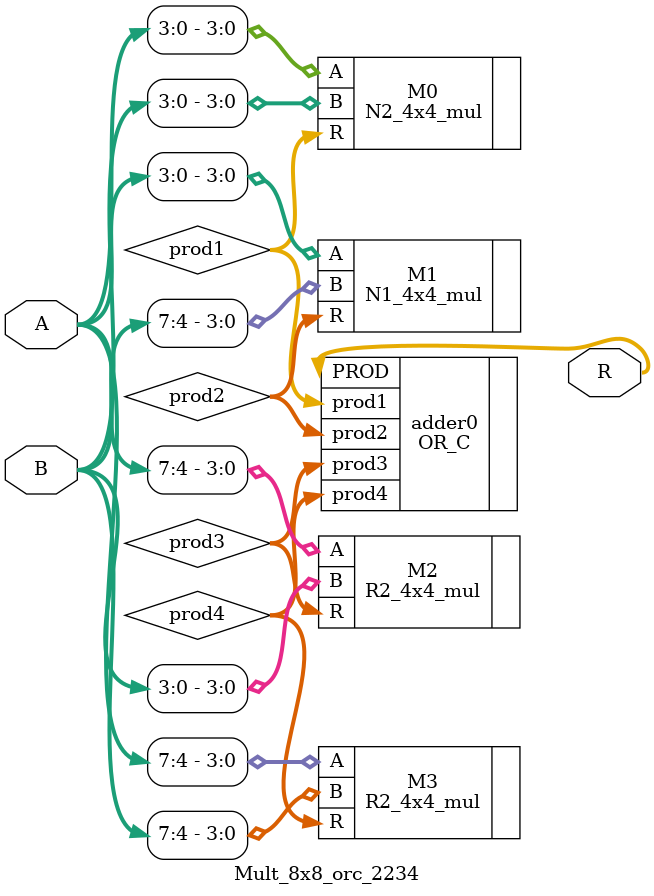
<source format=v>
module Mult_8x8_orc_2234(
input [7:0] A,
input [7:0] B,
output [15:0]R
);
wire [7:0]prod1;
wire [7:0]prod2;
wire [7:0]prod3;
wire [7:0]prod4;

N2_4x4_mul M0(.A(A[3:0]),.B(B[3:0]),.R(prod1));
N1_4x4_mul M1(.A(A[3:0]),.B(B[7:4]),.R(prod2));
R2_4x4_mul M2(.A(A[7:4]),.B(B[3:0]),.R(prod3));
R2_4x4_mul M3(.A(A[7:4]),.B(B[7:4]),.R(prod4));
OR_C adder0(.prod1(prod1),.prod2(prod2),.prod3(prod3),.prod4(prod4),.PROD(R));
endmodule

</source>
